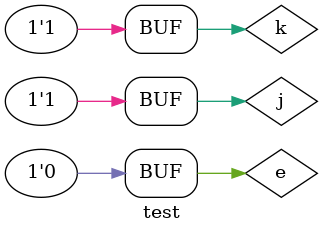
<source format=v>
module jk_latch(input j,k,e, output reg q,qn);
  assign q=~qn;
  always@(*)begin
    if (e) begin
      qn<=0;
    end
    else
    case({j,k})
      2'b00:qn=qn;
      2'b01:qn=1'b0;
      2'b10:qn=1'b1;
      2'b11:qn=1'bx;
    endcase
  end
endmodule

// Test Bench code for JK Latch with enable
module test;
  reg j,k,e;
  wire q,qn;
  jk_latch duv(j,k,e,q,qn);
  initial begin 
    $dumpfile("test.vcd");
    $dumpvars;
    $monitor("time=%0t j=%b k=%b e=%b q=%b qn=%b",$time,j,k,e,q,qn);
    j=0;k=0; e=0;
    #5 j=0;k=1; e=0;
    #5 j=1;k=0; e=0;
    #5 j=1;k=1; e=0;
  end
endmodule

</source>
